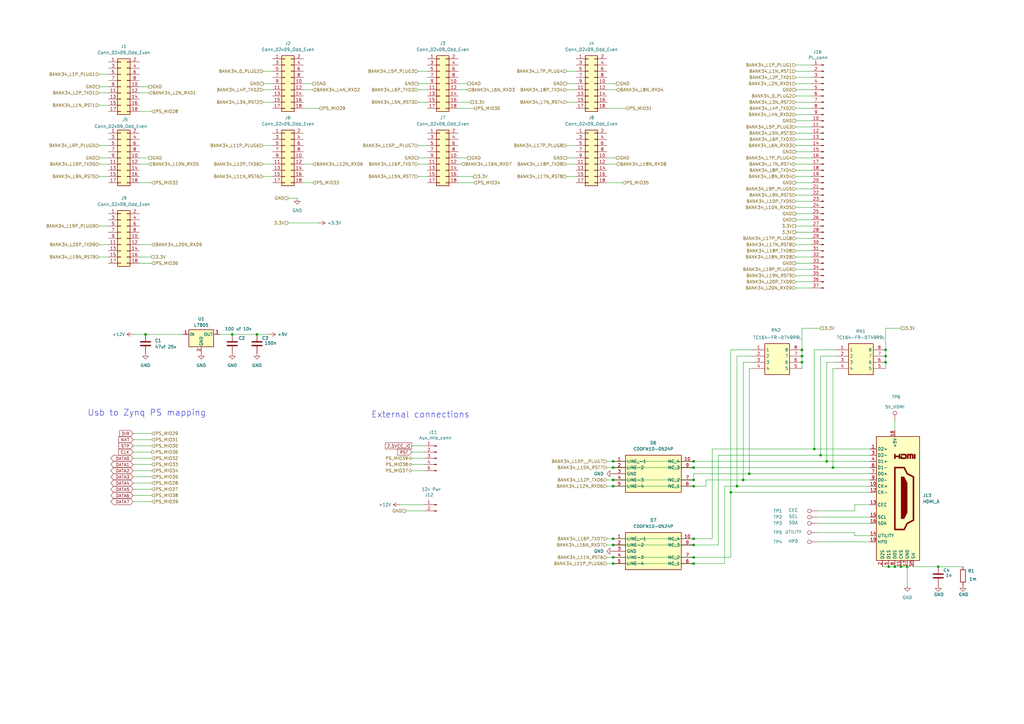
<source format=kicad_sch>
(kicad_sch (version 20250114) (generator "eeschema") (generator_version "9.0")
  (paper "A3")
  (title_block (title "KCC Tech hat board for Antminer S9"))
  (lib_symbols
    (symbol "Connector:Conn_01x02_Pin" (pin_names (offset 1.016) (hide yes))
      (property "Reference" "J" (at 0 2.54 0))
      (property "Value" "Conn_01x02_Pin" (at 0 -5.08 0))
      (symbol "Conn_01x02_Pin_1_1"
        (pin passive line (at 5.08 0 180) (length 3.81) (name "Pin_1") (number "1"))
        (pin passive line (at 5.08 -2.54 180) (length 3.81) (name "Pin_2") (number "2"))
      )
    )
    (symbol "Connector:Conn_01x05_Pin" (pin_names (offset 1.016) (hide yes))
      (property "Reference" "J" (at 0 7.62 0))
      (property "Value" "Conn_01x05_Pin" (at 0 -7.62 0))
      (symbol "Conn_01x05_Pin_1_1"
        (pin passive line (at 5.08 5.08 180) (length 3.81) (name "Pin_1") (number "1"))
        (pin passive line (at 5.08 2.54 180) (length 3.81) (name "Pin_2") (number "2"))
        (pin passive line (at 5.08 0 180) (length 3.81) (name "Pin_3") (number "3"))
        (pin passive line (at 5.08 -2.54 180) (length 3.81) (name "Pin_4") (number "4"))
        (pin passive line (at 5.08 -5.08 180) (length 3.81) (name "Pin_5") (number "5"))
      )
    )
    (symbol "Connector:Conn_01x37_Pin" (pin_names (offset 1.016) (hide yes))
      (property "Reference" "J" (at 0 48.26 0))
      (property "Value" "Conn_01x37_Pin" (at 0 -48.26 0))
      (symbol "Conn_01x37_Pin_1_1"
        (pin passive line (at 5.08 45.72 180) (length 3.81) (name "Pin_1") (number "1"))
        (pin passive line (at 5.08 43.18 180) (length 3.81) (name "Pin_2") (number "2"))
        (pin passive line (at 5.08 40.64 180) (length 3.81) (name "Pin_3") (number "3"))
        (pin passive line (at 5.08 38.1 180) (length 3.81) (name "Pin_4") (number "4"))
        (pin passive line (at 5.08 35.56 180) (length 3.81) (name "Pin_5") (number "5"))
        (pin passive line (at 5.08 33.02 180) (length 3.81) (name "Pin_6") (number "6"))
        (pin passive line (at 5.08 30.48 180) (length 3.81) (name "Pin_7") (number "7"))
        (pin passive line (at 5.08 27.94 180) (length 3.81) (name "Pin_8") (number "8"))
        (pin passive line (at 5.08 25.4 180) (length 3.81) (name "Pin_9") (number "9"))
        (pin passive line (at 5.08 22.86 180) (length 3.81) (name "Pin_10") (number "10"))
        (pin passive line (at 5.08 20.32 180) (length 3.81) (name "Pin_11") (number "11"))
        (pin passive line (at 5.08 17.78 180) (length 3.81) (name "Pin_12") (number "12"))
        (pin passive line (at 5.08 15.24 180) (length 3.81) (name "Pin_13") (number "13"))
        (pin passive line (at 5.08 12.7 180) (length 3.81) (name "Pin_14") (number "14"))
        (pin passive line (at 5.08 10.16 180) (length 3.81) (name "Pin_15") (number "15"))
        (pin passive line (at 5.08 7.62 180) (length 3.81) (name "Pin_16") (number "16"))
        (pin passive line (at 5.08 5.08 180) (length 3.81) (name "Pin_17") (number "17"))
        (pin passive line (at 5.08 2.54 180) (length 3.81) (name "Pin_18") (number "18"))
        (pin passive line (at 5.08 0 180) (length 3.81) (name "Pin_19") (number "19"))
        (pin passive line (at 5.08 -2.54 180) (length 3.81) (name "Pin_20") (number "20"))
        (pin passive line (at 5.08 -5.08 180) (length 3.81) (name "Pin_21") (number "21"))
        (pin passive line (at 5.08 -7.62 180) (length 3.81) (name "Pin_22") (number "22"))
        (pin passive line (at 5.08 -10.16 180) (length 3.81) (name "Pin_23") (number "23"))
        (pin passive line (at 5.08 -12.7 180) (length 3.81) (name "Pin_24") (number "24"))
        (pin passive line (at 5.08 -15.24 180) (length 3.81) (name "Pin_25") (number "25"))
        (pin passive line (at 5.08 -17.78 180) (length 3.81) (name "Pin_26") (number "26"))
        (pin passive line (at 5.08 -20.32 180) (length 3.81) (name "Pin_27") (number "27"))
        (pin passive line (at 5.08 -22.86 180) (length 3.81) (name "Pin_28") (number "28"))
        (pin passive line (at 5.08 -25.4 180) (length 3.81) (name "Pin_29") (number "29"))
        (pin passive line (at 5.08 -27.94 180) (length 3.81) (name "Pin_30") (number "30"))
        (pin passive line (at 5.08 -30.48 180) (length 3.81) (name "Pin_31") (number "31"))
        (pin passive line (at 5.08 -33.02 180) (length 3.81) (name "Pin_32") (number "32"))
        (pin passive line (at 5.08 -35.56 180) (length 3.81) (name "Pin_33") (number "33"))
        (pin passive line (at 5.08 -38.1 180) (length 3.81) (name "Pin_34") (number "34"))
        (pin passive line (at 5.08 -40.64 180) (length 3.81) (name "Pin_35") (number "35"))
        (pin passive line (at 5.08 -43.18 180) (length 3.81) (name "Pin_36") (number "36"))
        (pin passive line (at 5.08 -45.72 180) (length 3.81) (name "Pin_37") (number "37"))
      )
    )
    (symbol "Connector:HDMI_A"
      (property "Reference" "J" (at -6.35 26.67 0))
      (property "Value" "HDMI_A" (at 10.16 26.67 0))
      (symbol "HDMI_A_1_1"
        (pin passive line (at -10.16 20.32 0) (length 2.54) (name "D2+") (number "1"))
        (pin passive line (at -10.16 17.78 0) (length 2.54) (name "D2-") (number "3"))
        (pin passive line (at -10.16 15.24 0) (length 2.54) (name "D1+") (number "4"))
        (pin passive line (at -10.16 12.7 0) (length 2.54) (name "D1-") (number "6"))
        (pin passive line (at -10.16 10.16 0) (length 2.54) (name "D0+") (number "7"))
        (pin passive line (at -10.16 7.62 0) (length 2.54) (name "D0-") (number "9"))
        (pin passive line (at -10.16 5.08 0) (length 2.54) (name "CK+") (number "10"))
        (pin passive line (at -10.16 2.54 0) (length 2.54) (name "CK-") (number "12"))
        (pin bidirectional line (at -10.16 -2.54 0) (length 2.54) (name "CEC") (number "13"))
        (pin passive line (at -10.16 -7.62 0) (length 2.54) (name "SCL") (number "15"))
        (pin bidirectional line (at -10.16 -10.16 0) (length 2.54) (name "SDA") (number "16"))
        (pin passive line (at -10.16 -15.24 0) (length 2.54) (name "UTILITY") (number "14"))
        (pin passive line (at -10.16 -17.78 0) (length 2.54) (name "HPD") (number "19"))
        (pin power_in line (at -5.08 -27.94 90) (length 2.54) (name "D2S") (number "2"))
        (pin power_in line (at -2.54 -27.94 90) (length 2.54) (name "D1S") (number "5"))
        (pin power_in line (at 0 27.94 270) (length 2.54) (name "+5V") (number "18"))
        (pin power_in line (at 0 -27.94 90) (length 2.54) (name "D0S") (number "8"))
        (pin power_in line (at 2.54 -27.94 90) (length 2.54) (name "CKS") (number "11"))
        (pin power_in line (at 5.08 -27.94 90) (length 2.54) (name "GND") (number "17"))
        (pin passive line (at 7.62 -27.94 90) (length 2.54) (name "SH") (number "SH"))
      )
    )
    (symbol "Connector:TestPoint" (pin_numbers (hide yes)) (pin_names (offset 0.762) (hide yes))
      (property "Reference" "TP" (at 0 6.858 0))
      (property "Value" "TestPoint" (at 0 5.08 0))
      (symbol "TestPoint_1_1"
        (pin passive line (at 0 0 90) (length 2.54) (name "1") (number "1"))
      )
    )
    (symbol "Connector_Generic:Conn_02x09_Odd_Even" (pin_names (offset 1.016) (hide yes))
      (property "Reference" "J" (at 1.27 12.7 0))
      (property "Value" "Conn_02x09_Odd_Even" (at 1.27 -12.7 0))
      (symbol "Conn_02x09_Odd_Even_1_1"
        (pin passive line (at -5.08 10.16 0) (length 3.81) (name "Pin_1") (number "1"))
        (pin passive line (at -5.08 7.62 0) (length 3.81) (name "Pin_3") (number "3"))
        (pin passive line (at -5.08 5.08 0) (length 3.81) (name "Pin_5") (number "5"))
        (pin passive line (at -5.08 2.54 0) (length 3.81) (name "Pin_7") (number "7"))
        (pin passive line (at -5.08 0 0) (length 3.81) (name "Pin_9") (number "9"))
        (pin passive line (at -5.08 -2.54 0) (length 3.81) (name "Pin_11") (number "11"))
        (pin passive line (at -5.08 -5.08 0) (length 3.81) (name "Pin_13") (number "13"))
        (pin passive line (at -5.08 -7.62 0) (length 3.81) (name "Pin_15") (number "15"))
        (pin passive line (at -5.08 -10.16 0) (length 3.81) (name "Pin_17") (number "17"))
        (pin passive line (at 7.62 10.16 180) (length 3.81) (name "Pin_2") (number "2"))
        (pin passive line (at 7.62 7.62 180) (length 3.81) (name "Pin_4") (number "4"))
        (pin passive line (at 7.62 5.08 180) (length 3.81) (name "Pin_6") (number "6"))
        (pin passive line (at 7.62 2.54 180) (length 3.81) (name "Pin_8") (number "8"))
        (pin passive line (at 7.62 0 180) (length 3.81) (name "Pin_10") (number "10"))
        (pin passive line (at 7.62 -2.54 180) (length 3.81) (name "Pin_12") (number "12"))
        (pin passive line (at 7.62 -5.08 180) (length 3.81) (name "Pin_14") (number "14"))
        (pin passive line (at 7.62 -7.62 180) (length 3.81) (name "Pin_16") (number "16"))
        (pin passive line (at 7.62 -10.16 180) (length 3.81) (name "Pin_18") (number "18"))
      )
    )
    (symbol "Device:C" (pin_numbers (hide yes)) (pin_names (offset 0.254))
      (property "Reference" "C" (at 0.635 2.54 0))
      (property "Value" "C" (at 0.635 -2.54 0))
      (symbol "C_1_1"
        (pin passive line (at 0 3.81 270) (length 2.794) (name "~") (number "1"))
        (pin passive line (at 0 -3.81 90) (length 2.794) (name "~") (number "2"))
      )
    )
    (symbol "Device:R" (pin_numbers (hide yes)) (pin_names (offset 0))
      (property "Reference" "R" (at 2.032 0 90))
      (property "Value" "R" (at 0 0 90))
      (symbol "R_1_1"
        (pin passive line (at 0 3.81 270) (length 1.27) (name "~") (number "1"))
        (pin passive line (at 0 -3.81 90) (length 1.27) (name "~") (number "2"))
      )
    )
    (symbol "Regulator_Linear:L7805" (pin_names (offset 0.254))
      (property "Reference" "U" (at -3.81 3.175 0))
      (property "Value" "L7805" (at 0 3.175 0))
      (symbol "L7805_1_1"
        (pin power_in line (at -7.62 0 0) (length 2.54) (name "IN") (number "1"))
        (pin power_in line (at 0 -7.62 90) (length 2.54) (name "GND") (number "2"))
        (pin power_out line (at 7.62 0 180) (length 2.54) (name "OUT") (number "3"))
      )
    )
    (symbol "SamacSys_Parts:CDDFN10-0524P"
      (property "Reference" "D1" (at 16.51 7.62 0))
      (property "Value" "CDDFN10-0524P" (at 16.51 5.08 0))
      (symbol "CDDFN10-0524P_1_1"
        (pin passive line (at 0 0 0) (length 5.08) (name "LINE_-1") (number "1"))
        (pin passive line (at 0 -2.54 0) (length 5.08) (name "LINE-2") (number "2"))
        (pin passive line (at 0 -5.08 0) (length 5.08) (name "GND") (number "3"))
        (pin passive line (at 0 -7.62 0) (length 5.08) (name "LINE-3") (number "4"))
        (pin passive line (at 0 -10.16 0) (length 5.08) (name "LINE-4") (number "5"))
        (pin passive line (at 33.02 0 180) (length 5.08) (name "NC_4") (number "10"))
        (pin passive line (at 33.02 -2.54 180) (length 5.08) (name "NC_3") (number "9"))
        (pin passive line (at 33.02 -7.62 180) (length 5.08) (name "NC_2") (number "7"))
        (pin passive line (at 33.02 -10.16 180) (length 5.08) (name "NC_1") (number "6"))
      )
    )
    (symbol "SamacSys_Parts:TC164-FR-0749R9L"
      (property "Reference" "RN" (at 16.51 7.62 0))
      (property "Value" "TC164-FR-0749R9L" (at 16.51 5.08 0))
      (symbol "TC164-FR-0749R9L_1_1"
        (pin passive line (at 0 0 0) (length 5.08) (name "1") (number "1"))
        (pin passive line (at 0 -2.54 0) (length 5.08) (name "2") (number "2"))
        (pin passive line (at 0 -5.08 0) (length 5.08) (name "3") (number "3"))
        (pin passive line (at 0 -7.62 0) (length 5.08) (name "4") (number "4"))
        (pin passive line (at 20.32 0 180) (length 5.08) (name "8") (number "8"))
        (pin passive line (at 20.32 -2.54 180) (length 5.08) (name "7") (number "7"))
        (pin passive line (at 20.32 -5.08 180) (length 5.08) (name "6") (number "6"))
        (pin passive line (at 20.32 -7.62 180) (length 5.08) (name "5") (number "5"))
      )
    )
    (symbol "power:+12V" (power) (pin_numbers (hide yes)) (pin_names (offset 0) (hide yes))
      (property "Value" "+12V" (at 0 3.556 0))
      (symbol "+12V_1_1"
        (pin power_in line (at 0 0 90) (length 0) (name "~") (number "1"))
      )
    )
    (symbol "power:GND" (power) (pin_numbers (hide yes)) (pin_names (offset 0) (hide yes))
      (property "Value" "GND" (at 0 -3.81 0))
      (symbol "GND_1_1"
        (pin power_in line (at 0 0 270) (length 0) (name "~") (number "1"))
      )
    )
  )
  (text "External connections" (at 172.466 170.18 0) (effects (font (size 2.54 2.54))))
  (text "Usb to Zynq PS mapping" (at 60.198 169.418 0) (effects (font (size 2.54 2.54))))
  (junction (at 251.46 199.39))
  (junction (at 363.22 148.59))
  (junction (at 384.81 232.41))
  (junction (at 304.8 196.85))
  (junction (at 363.22 146.05))
  (junction (at 284.48 196.85))
  (junction (at 336.55 186.69))
  (junction (at 251.46 223.52))
  (junction (at 367.03 232.41))
  (junction (at 341.63 191.77))
  (junction (at 334.01 184.15))
  (junction (at 328.93 148.59))
  (junction (at 284.48 189.23))
  (junction (at 363.22 143.51))
  (junction (at 284.48 191.77))
  (junction (at 284.48 231.14))
  (junction (at 251.46 196.85))
  (junction (at 251.46 220.98))
  (junction (at 369.57 232.41))
  (junction (at 307.34 194.31))
  (junction (at 251.46 231.14))
  (junction (at 251.46 189.23))
  (junction (at 251.46 228.6))
  (junction (at 284.48 199.39))
  (junction (at 328.93 146.05))
  (junction (at 302.26 199.39))
  (junction (at 59.69 137.16))
  (junction (at 284.48 228.6))
  (junction (at 372.11 232.41))
  (junction (at 364.49 232.41))
  (junction (at 251.46 191.77))
  (junction (at 284.48 223.52))
  (junction (at 284.48 220.98))
  (junction (at 105.41 137.16))
  (junction (at 328.93 143.51))
  (junction (at 299.72 201.93))
  (junction (at 339.09 189.23))
  (junction (at 95.25 137.16))
  (wire (pts (xy 248.92 223.52) (xy 251.46 223.52)))
  (wire (pts (xy 251.46 228.6) (xy 284.48 228.6)))
  (wire (pts (xy 40.64 43.18) (xy 44.45 43.18)))
  (wire (pts (xy 171.45 29.21) (xy 175.26 29.21)))
  (wire (pts (xy 171.45 64.77) (xy 175.26 64.77)))
  (wire (pts (xy 54.61 190.5) (xy 62.23 190.5)))
  (wire (pts (xy 326.39 26.67) (xy 332.74 26.67)))
  (wire (pts (xy 124.46 44.45) (xy 130.81 44.45)))
  (wire (pts (xy 171.45 72.39) (xy 175.26 72.39)))
  (wire (pts (xy 384.81 232.41) (xy 394.97 232.41)))
  (wire (pts (xy 284.48 189.23) (xy 339.09 189.23)))
  (wire (pts (xy 328.93 146.05) (xy 328.93 148.59)))
  (wire (pts (xy 341.63 191.77) (xy 356.87 191.77)))
  (wire (pts (xy 326.39 52.07) (xy 332.74 52.07)))
  (wire (pts (xy 326.39 90.17) (xy 332.74 90.17)))
  (wire (pts (xy 124.46 74.93) (xy 128.27 74.93)))
  (wire (pts (xy 299.72 143.51) (xy 299.72 201.93)))
  (wire (pts (xy 326.39 85.09) (xy 332.74 85.09)))
  (wire (pts (xy 168.91 185.42) (xy 173.99 185.42)))
  (wire (pts (xy 363.22 148.59) (xy 363.22 151.13)))
  (wire (pts (xy 107.95 29.21) (xy 111.76 29.21)))
  (wire (pts (xy 361.95 232.41) (xy 364.49 232.41)))
  (wire (pts (xy 40.64 59.69) (xy 44.45 59.69)))
  (wire (pts (xy 326.39 77.47) (xy 332.74 77.47)))
  (wire (pts (xy 342.9 151.13) (xy 341.63 151.13)))
  (wire (pts (xy 335.28 214.63) (xy 356.87 214.63)))
  (wire (pts (xy 304.8 196.85) (xy 356.87 196.85)))
  (wire (pts (xy 350.52 218.44) (xy 350.52 219.71)))
  (wire (pts (xy 187.96 41.91) (xy 193.04 41.91)))
  (wire (pts (xy 350.52 209.55) (xy 350.52 207.01)))
  (wire (pts (xy 107.95 59.69) (xy 111.76 59.69)))
  (wire (pts (xy 339.09 148.59) (xy 339.09 189.23)))
  (wire (pts (xy 173.99 207.01) (xy 163.83 207.01)))
  (wire (pts (xy 334.01 184.15) (xy 356.87 184.15)))
  (wire (pts (xy 251.46 199.39) (xy 284.48 199.39)))
  (wire (pts (xy 326.39 59.69) (xy 332.74 59.69)))
  (wire (pts (xy 350.52 207.01) (xy 356.87 207.01)))
  (wire (pts (xy 40.64 105.41) (xy 44.45 105.41)))
  (wire (pts (xy 284.48 223.52) (xy 294.64 223.52)))
  (wire (pts (xy 57.15 105.41) (xy 62.23 105.41)))
  (wire (pts (xy 326.39 67.31) (xy 332.74 67.31)))
  (wire (pts (xy 248.92 220.98) (xy 251.46 220.98)))
  (wire (pts (xy 251.46 191.77) (xy 284.48 191.77)))
  (wire (pts (xy 326.39 39.37) (xy 332.74 39.37)))
  (wire (pts (xy 248.92 64.77) (xy 252.73 64.77)))
  (wire (pts (xy 57.15 35.56) (xy 60.96 35.56)))
  (wire (pts (xy 341.63 151.13) (xy 341.63 191.77)))
  (wire (pts (xy 302.26 146.05) (xy 302.26 199.39)))
  (wire (pts (xy 54.61 200.66) (xy 62.23 200.66)))
  (wire (pts (xy 248.92 189.23) (xy 251.46 189.23)))
  (wire (pts (xy 54.61 137.16) (xy 59.69 137.16)))
  (wire (pts (xy 339.09 189.23) (xy 356.87 189.23)))
  (wire (pts (xy 232.41 64.77) (xy 236.22 64.77)))
  (wire (pts (xy 40.64 64.77) (xy 44.45 64.77)))
  (wire (pts (xy 308.61 146.05) (xy 302.26 146.05)))
  (wire (pts (xy 105.41 137.16) (xy 110.49 137.16)))
  (wire (pts (xy 59.69 137.16) (xy 74.93 137.16)))
  (wire (pts (xy 328.93 148.59) (xy 328.93 151.13)))
  (wire (pts (xy 57.15 45.72) (xy 62.23 45.72)))
  (wire (pts (xy 326.39 29.21) (xy 332.74 29.21)))
  (wire (pts (xy 374.65 232.41) (xy 384.81 232.41)))
  (wire (pts (xy 326.39 107.95) (xy 332.74 107.95)))
  (wire (pts (xy 107.95 41.91) (xy 111.76 41.91)))
  (wire (pts (xy 326.39 82.55) (xy 332.74 82.55)))
  (wire (pts (xy 326.39 110.49) (xy 332.74 110.49)))
  (wire (pts (xy 248.92 44.45) (xy 256.54 44.45)))
  (wire (pts (xy 187.96 72.39) (xy 194.31 72.39)))
  (wire (pts (xy 342.9 143.51) (xy 334.01 143.51)))
  (wire (pts (xy 171.45 36.83) (xy 175.26 36.83)))
  (wire (pts (xy 367.03 232.41) (xy 369.57 232.41)))
  (wire (pts (xy 54.61 203.2) (xy 62.23 203.2)))
  (wire (pts (xy 54.61 195.58) (xy 62.23 195.58)))
  (wire (pts (xy 326.39 46.99) (xy 332.74 46.99)))
  (wire (pts (xy 187.96 36.83) (xy 191.77 36.83)))
  (wire (pts (xy 326.39 72.39) (xy 332.74 72.39)))
  (wire (pts (xy 326.39 54.61) (xy 332.74 54.61)))
  (wire (pts (xy 40.64 35.56) (xy 44.45 35.56)))
  (wire (pts (xy 187.96 34.29) (xy 191.77 34.29)))
  (wire (pts (xy 335.28 209.55) (xy 350.52 209.55)))
  (wire (pts (xy 369.57 134.62) (xy 363.22 134.62)))
  (wire (pts (xy 124.46 67.31) (xy 128.27 67.31)))
  (wire (pts (xy 326.39 62.23) (xy 332.74 62.23)))
  (wire (pts (xy 302.26 199.39) (xy 356.87 199.39)))
  (wire (pts (xy 284.48 191.77) (xy 341.63 191.77)))
  (wire (pts (xy 57.15 64.77) (xy 60.96 64.77)))
  (wire (pts (xy 326.39 74.93) (xy 332.74 74.93)))
  (wire (pts (xy 326.39 80.01) (xy 332.74 80.01)))
  (wire (pts (xy 171.45 41.91) (xy 175.26 41.91)))
  (wire (pts (xy 248.92 34.29) (xy 252.73 34.29)))
  (wire (pts (xy 57.15 67.31) (xy 60.96 67.31)))
  (wire (pts (xy 335.28 218.44) (xy 350.52 218.44)))
  (wire (pts (xy 248.92 36.83) (xy 252.73 36.83)))
  (wire (pts (xy 40.64 92.71) (xy 44.45 92.71)))
  (wire (pts (xy 297.18 231.14) (xy 284.48 231.14)))
  (wire (pts (xy 326.39 44.45) (xy 332.74 44.45)))
  (wire (pts (xy 336.55 146.05) (xy 336.55 186.69)))
  (wire (pts (xy 326.39 57.15) (xy 332.74 57.15)))
  (wire (pts (xy 326.39 102.87) (xy 332.74 102.87)))
  (wire (pts (xy 187.96 67.31) (xy 189.23 67.31)))
  (wire (pts (xy 292.1 184.15) (xy 334.01 184.15)))
  (wire (pts (xy 248.92 67.31) (xy 252.73 67.31)))
  (wire (pts (xy 350.52 219.71) (xy 356.87 219.71)))
  (wire (pts (xy 251.46 196.85) (xy 284.48 196.85)))
  (wire (pts (xy 342.9 148.59) (xy 339.09 148.59)))
  (wire (pts (xy 284.48 194.31) (xy 284.48 196.85)))
  (wire (pts (xy 334.01 143.51) (xy 334.01 184.15)))
  (wire (pts (xy 326.39 118.11) (xy 332.74 118.11)))
  (wire (pts (xy 299.72 201.93) (xy 299.72 228.6)))
  (wire (pts (xy 326.39 31.75) (xy 332.74 31.75)))
  (wire (pts (xy 124.46 36.83) (xy 128.27 36.83)))
  (wire (pts (xy 328.93 134.62) (xy 328.93 143.51)))
  (wire (pts (xy 251.46 189.23) (xy 284.48 189.23)))
  (wire (pts (xy 308.61 143.51) (xy 299.72 143.51)))
  (wire (pts (xy 363.22 146.05) (xy 363.22 148.59)))
  (wire (pts (xy 54.61 182.88) (xy 62.23 182.88)))
  (wire (pts (xy 299.72 228.6) (xy 284.48 228.6)))
  (wire (pts (xy 294.64 186.69) (xy 336.55 186.69)))
  (wire (pts (xy 54.61 185.42) (xy 62.23 185.42)))
  (wire (pts (xy 326.39 95.25) (xy 332.74 95.25)))
  (wire (pts (xy 187.96 44.45) (xy 194.31 44.45)))
  (wire (pts (xy 187.96 64.77) (xy 191.77 64.77)))
  (wire (pts (xy 297.18 199.39) (xy 297.18 231.14)))
  (wire (pts (xy 171.45 34.29) (xy 175.26 34.29)))
  (wire (pts (xy 95.25 137.16) (xy 105.41 137.16)))
  (wire (pts (xy 54.61 177.8) (xy 62.23 177.8)))
  (wire (pts (xy 54.61 193.04) (xy 62.23 193.04)))
  (wire (pts (xy 251.46 223.52) (xy 284.48 223.52)))
  (wire (pts (xy 326.39 115.57) (xy 332.74 115.57)))
  (wire (pts (xy 57.15 100.33) (xy 62.23 100.33)))
  (wire (pts (xy 284.48 194.31) (xy 307.34 194.31)))
  (wire (pts (xy 336.55 134.62) (xy 328.93 134.62)))
  (wire (pts (xy 168.91 193.04) (xy 173.99 193.04)))
  (wire (pts (xy 54.61 198.12) (xy 62.23 198.12)))
  (wire (pts (xy 171.45 67.31) (xy 175.26 67.31)))
  (wire (pts (xy 326.39 97.79) (xy 332.74 97.79)))
  (wire (pts (xy 251.46 220.98) (xy 284.48 220.98)))
  (wire (pts (xy 372.11 232.41) (xy 372.11 240.03)))
  (wire (pts (xy 367.03 172.72) (xy 367.03 176.53)))
  (wire (pts (xy 90.17 137.16) (xy 95.25 137.16)))
  (wire (pts (xy 54.61 205.74) (xy 62.23 205.74)))
  (wire (pts (xy 232.41 72.39) (xy 236.22 72.39)))
  (wire (pts (xy 289.56 196.85) (xy 304.8 196.85)))
  (wire (pts (xy 232.41 59.69) (xy 236.22 59.69)))
  (wire (pts (xy 326.39 36.83) (xy 332.74 36.83)))
  (wire (pts (xy 342.9 146.05) (xy 336.55 146.05)))
  (wire (pts (xy 232.41 41.91) (xy 236.22 41.91)))
  (wire (pts (xy 363.22 143.51) (xy 363.22 146.05)))
  (wire (pts (xy 118.11 91.44) (xy 130.81 91.44)))
  (wire (pts (xy 326.39 64.77) (xy 332.74 64.77)))
  (wire (pts (xy 248.92 74.93) (xy 255.27 74.93)))
  (wire (pts (xy 40.64 67.31) (xy 44.45 67.31)))
  (wire (pts (xy 363.22 134.62) (xy 363.22 143.51)))
  (wire (pts (xy 326.39 105.41) (xy 332.74 105.41)))
  (wire (pts (xy 107.95 67.31) (xy 111.76 67.31)))
  (wire (pts (xy 232.41 29.21) (xy 236.22 29.21)))
  (wire (pts (xy 40.64 72.39) (xy 44.45 72.39)))
  (wire (pts (xy 336.55 186.69) (xy 356.87 186.69)))
  (wire (pts (xy 118.11 81.28) (xy 121.92 81.28)))
  (wire (pts (xy 40.64 30.48) (xy 44.45 30.48)))
  (wire (pts (xy 232.41 34.29) (xy 236.22 34.29)))
  (wire (pts (xy 168.91 187.96) (xy 173.99 187.96)))
  (wire (pts (xy 107.95 34.29) (xy 111.76 34.29)))
  (wire (pts (xy 307.34 151.13) (xy 307.34 194.31)))
  (wire (pts (xy 171.45 59.69) (xy 175.26 59.69)))
  (wire (pts (xy 168.91 182.88) (xy 173.99 182.88)))
  (wire (pts (xy 124.46 34.29) (xy 128.27 34.29)))
  (wire (pts (xy 335.28 212.09) (xy 356.87 212.09)))
  (wire (pts (xy 307.34 194.31) (xy 356.87 194.31)))
  (wire (pts (xy 187.96 74.93) (xy 194.31 74.93)))
  (wire (pts (xy 173.99 209.55) (xy 166.37 209.55)))
  (wire (pts (xy 326.39 49.53) (xy 332.74 49.53)))
  (wire (pts (xy 335.28 222.25) (xy 356.87 222.25)))
  (wire (pts (xy 304.8 148.59) (xy 304.8 196.85)))
  (wire (pts (xy 328.93 143.51) (xy 328.93 146.05)))
  (wire (pts (xy 251.46 231.14) (xy 284.48 231.14)))
  (wire (pts (xy 248.92 228.6) (xy 251.46 228.6)))
  (wire (pts (xy 292.1 184.15) (xy 292.1 220.98)))
  (wire (pts (xy 364.49 232.41) (xy 367.03 232.41)))
  (wire (pts (xy 294.64 186.69) (xy 294.64 223.52)))
  (wire (pts (xy 326.39 34.29) (xy 332.74 34.29)))
  (wire (pts (xy 54.61 187.96) (xy 62.23 187.96)))
  (wire (pts (xy 326.39 69.85) (xy 332.74 69.85)))
  (wire (pts (xy 40.64 38.1) (xy 44.45 38.1)))
  (wire (pts (xy 54.61 180.34) (xy 62.23 180.34)))
  (wire (pts (xy 284.48 220.98) (xy 292.1 220.98)))
  (wire (pts (xy 248.92 191.77) (xy 251.46 191.77)))
  (wire (pts (xy 168.91 190.5) (xy 173.99 190.5)))
  (wire (pts (xy 289.56 196.85) (xy 289.56 199.39)))
  (wire (pts (xy 107.95 72.39) (xy 111.76 72.39)))
  (wire (pts (xy 248.92 199.39) (xy 251.46 199.39)))
  (wire (pts (xy 57.15 107.95) (xy 62.23 107.95)))
  (wire (pts (xy 57.15 38.1) (xy 60.96 38.1)))
  (wire (pts (xy 369.57 232.41) (xy 372.11 232.41)))
  (wire (pts (xy 57.15 74.93) (xy 62.23 74.93)))
  (wire (pts (xy 326.39 87.63) (xy 332.74 87.63)))
  (wire (pts (xy 326.39 41.91) (xy 332.74 41.91)))
  (wire (pts (xy 308.61 151.13) (xy 307.34 151.13)))
  (wire (pts (xy 326.39 100.33) (xy 332.74 100.33)))
  (wire (pts (xy 248.92 196.85) (xy 251.46 196.85)))
  (wire (pts (xy 326.39 113.03) (xy 332.74 113.03)))
  (wire (pts (xy 107.95 36.83) (xy 111.76 36.83)))
  (wire (pts (xy 232.41 67.31) (xy 236.22 67.31)))
  (wire (pts (xy 299.72 201.93) (xy 356.87 201.93)))
  (wire (pts (xy 308.61 148.59) (xy 304.8 148.59)))
  (wire (pts (xy 40.64 100.33) (xy 44.45 100.33)))
  (wire (pts (xy 297.18 199.39) (xy 302.26 199.39)))
  (wire (pts (xy 248.92 231.14) (xy 251.46 231.14)))
  (wire (pts (xy 326.39 92.71) (xy 332.74 92.71)))
  (wire (pts (xy 284.48 199.39) (xy 289.56 199.39)))
  (wire (pts (xy 232.41 36.83) (xy 236.22 36.83)))
  (global_label "DATA5" (shape bidirectional) (at 54.61 200.66 180) (property "Intersheetrefs" "${INTERSHEET_REFS}" (effects (hide yes))))
  (global_label "DATA6" (shape bidirectional) (at 54.61 203.2 180) (property "Intersheetrefs" "${INTERSHEET_REFS}" (effects (hide yes))))
  (global_label "NXT" (shape input) (at 54.61 180.34 180) (property "Intersheetrefs" "${INTERSHEET_REFS}" (effects (hide yes))))
  (global_label "2.5VCC_IO" (shape passive) (at 168.91 182.88 180) (property "Intersheetrefs" "${INTERSHEET_REFS}" (effects (hide yes))))
  (global_label "DATA7" (shape bidirectional) (at 54.61 205.74 180) (property "Intersheetrefs" "${INTERSHEET_REFS}" (effects (hide yes))))
  (global_label "DATA1" (shape bidirectional) (at 54.61 190.5 180) (property "Intersheetrefs" "${INTERSHEET_REFS}" (effects (hide yes))))
  (global_label "STP" (shape input) (at 54.61 182.88 180) (property "Intersheetrefs" "${INTERSHEET_REFS}" (effects (hide yes))))
  (global_label "DATA4" (shape bidirectional) (at 54.61 198.12 180) (property "Intersheetrefs" "${INTERSHEET_REFS}" (effects (hide yes))))
  (global_label "CLK" (shape input) (at 54.61 185.42 180) (property "Intersheetrefs" "${INTERSHEET_REFS}" (effects (hide yes))))
  (global_label "DATA0" (shape bidirectional) (at 54.61 187.96 180) (property "Intersheetrefs" "${INTERSHEET_REFS}" (effects (hide yes))))
  (global_label "RST" (shape input) (at 168.91 185.42 180) (property "Intersheetrefs" "${INTERSHEET_REFS}" (effects (hide yes))))
  (global_label "DATA2" (shape bidirectional) (at 54.61 193.04 180) (property "Intersheetrefs" "${INTERSHEET_REFS}" (effects (hide yes))))
  (global_label "DIR" (shape input) (at 54.61 177.8 180) (property "Intersheetrefs" "${INTERSHEET_REFS}" (effects (hide yes))))
  (global_label "DATA3" (shape bidirectional) (at 54.61 195.58 180) (property "Intersheetrefs" "${INTERSHEET_REFS}" (effects (hide yes))))
  (hierarchical_label "BANK34_L6N_RXD3" (shape input) (at 191.77 36.83 0))
  (hierarchical_label "BANK34_L17N_RST8" (shape input) (at 232.41 72.39 180))
  (hierarchical_label "GND" (shape passive) (at 326.39 49.53 180))
  (hierarchical_label "PS_MIO33" (shape input) (at 128.27 74.93 0))
  (hierarchical_label "PS_MIO39" (shape bidirectional) (at 168.91 187.96 180))
  (hierarchical_label "BANK34_L16P_TXD7" (shape input) (at 248.92 220.98 180))
  (hierarchical_label "GND" (shape passive) (at 232.41 34.29 180))
  (hierarchical_label "BANK34_L8N_RXD4" (shape input) (at 252.73 36.83 0))
  (hierarchical_label "GND" (shape passive) (at 252.73 64.77 0))
  (hierarchical_label "PS_MIO32" (shape input) (at 62.23 74.93 0))
  (hierarchical_label "3.3V" (shape passive) (at 326.39 92.71 180))
  (hierarchical_label "GND" (shape passive) (at 171.45 64.77 180))
  (hierarchical_label "BANK34_L1P_PLUG1" (shape input) (at 326.39 26.67 180))
  (hierarchical_label "GND" (shape passive) (at 191.77 34.29 0))
  (hierarchical_label "GND" (shape passive) (at 252.73 34.29 0))
  (hierarchical_label "BANK34_L9N_RST5" (shape input) (at 326.39 80.01 180))
  (hierarchical_label "PS_MIO32" (shape input) (at 62.23 187.96 0))
  (hierarchical_label "BANK34_L12P_TXD6" (shape input) (at 248.92 196.85 180))
  (hierarchical_label "GND" (shape passive) (at 326.39 36.83 180))
  (hierarchical_label "BANK34_L4P_TXD2" (shape input) (at 326.39 44.45 180))
  (hierarchical_label "BANK34_L19N_RST9" (shape input) (at 40.64 105.41 180))
  (hierarchical_label "BANK34_L18N_RXD8" (shape input) (at 252.73 67.31 0))
  (hierarchical_label "GND" (shape passive) (at 326.39 62.23 180))
  (hierarchical_label "BANK34_L9N_RST5" (shape input) (at 40.64 72.39 180))
  (hierarchical_label "GND" (shape passive) (at 60.96 64.77 0))
  (hierarchical_label "3.3V" (shape passive) (at 194.31 72.39 0))
  (hierarchical_label "BANK34_L9P_PLUG5" (shape input) (at 326.39 77.47 180))
  (hierarchical_label "BANK34_L15N_RST7" (shape input) (at 171.45 72.39 180))
  (hierarchical_label "PS_MIO28" (shape input) (at 62.23 198.12 0))
  (hierarchical_label "GND" (shape passive) (at 326.39 74.93 180))
  (hierarchical_label "BANK34_L7P_PLUG4" (shape input) (at 232.41 29.21 180))
  (hierarchical_label "BANK34_L7N_RST4" (shape input) (at 326.39 67.31 180))
  (hierarchical_label "GND" (shape passive) (at 326.39 87.63 180))
  (hierarchical_label "PS_MIO28" (shape input) (at 62.23 45.72 0))
  (hierarchical_label "PS_MIO31" (shape input) (at 256.54 44.45 0))
  (hierarchical_label "PS_MIO30" (shape input) (at 62.23 182.88 0))
  (hierarchical_label "BANK34_L20P_TXD9" (shape input) (at 40.64 100.33 180))
  (hierarchical_label "BANK34_L1N_RST1" (shape input) (at 326.39 29.21 180))
  (hierarchical_label "GND" (shape passive) (at 40.64 35.56 180))
  (hierarchical_label "3.3V" (shape passive) (at 326.39 95.25 180))
  (hierarchical_label "BANK34_L18N_RXD8" (shape input) (at 326.39 105.41 180))
  (hierarchical_label "BANK34_L8N_RXD4" (shape input) (at 326.39 72.39 180))
  (hierarchical_label "BANK34_L20N_RXD9" (shape input) (at 326.39 118.11 180))
  (hierarchical_label "BANK34_L16N_RXD7" (shape input) (at 248.92 223.52 180))
  (hierarchical_label "BANK34_L17N_RST8" (shape input) (at 326.39 100.33 180))
  (hierarchical_label "PS_MIO35" (shape input) (at 255.27 74.93 0))
  (hierarchical_label "BANK34_0_PLUG2" (shape input) (at 107.95 29.21 180))
  (hierarchical_label "BANK34_L18P_TXD8" (shape input) (at 326.39 102.87 180))
  (hierarchical_label "GND" (shape passive) (at 118.11 81.28 180))
  (hierarchical_label "BANK34_L11N_RST6" (shape input) (at 107.95 72.39 180))
  (hierarchical_label "BANK34_L16P_TXD7" (shape input) (at 171.45 67.31 180))
  (hierarchical_label "BANK34_L15N_RST7" (shape input) (at 248.92 191.77 180))
  (hierarchical_label "BANK34_L16N_RXD7" (shape input) (at 189.23 67.31 0))
  (hierarchical_label "GND" (shape passive) (at 171.45 34.29 180))
  (hierarchical_label "BANK34_L6N_RXD3" (shape input) (at 326.39 59.69 180))
  (hierarchical_label "BANK34_L2P_TXD1" (shape input) (at 326.39 31.75 180))
  (hierarchical_label "BANK34_L15P__PLUG7" (shape input) (at 171.45 59.69 180))
  (hierarchical_label "BANK34_L19N_RST9" (shape input) (at 326.39 113.03 180))
  (hierarchical_label "BANK34_L5P_PLUG3" (shape input) (at 171.45 29.21 180))
  (hierarchical_label "BANK34_L11P_PLUG6" (shape input) (at 248.92 231.14 180))
  (hierarchical_label "BANK34_L17P_PLUG8" (shape input) (at 232.41 59.69 180))
  (hierarchical_label "BANK34_L9P_PLUG5" (shape input) (at 40.64 59.69 180))
  (hierarchical_label "GND" (shape passive) (at 107.95 34.29 180))
  (hierarchical_label "GND" (shape passive) (at 232.41 64.77 180))
  (hierarchical_label "3.3V" (shape passive) (at 369.57 134.62 0))
  (hierarchical_label "GND" (shape passive) (at 40.64 64.77 180))
  (hierarchical_label "GND" (shape passive) (at 128.27 34.29 0))
  (hierarchical_label "BANK34_L12P_TXD6" (shape input) (at 107.95 67.31 180))
  (hierarchical_label "BANK34_L20N_RXD9" (shape input) (at 62.23 100.33 0))
  (hierarchical_label "PS_MIO29" (shape input) (at 130.81 44.45 0))
  (hierarchical_label "3.3V" (shape passive) (at 193.04 41.91 0))
  (hierarchical_label "GND" (shape passive) (at 326.39 107.95 180))
  (hierarchical_label "PS_MIO39" (shape input) (at 62.23 205.74 0))
  (hierarchical_label "BANK34_L10P_TXD5" (shape input) (at 40.64 67.31 180))
  (hierarchical_label "BANK34_L19P_PLUG9" (shape input) (at 326.39 110.49 180))
  (hierarchical_label "PS_MIO30" (shape input) (at 194.31 44.45 0))
  (hierarchical_label "PS_MIO37" (shape input) (at 62.23 200.66 0))
  (hierarchical_label "3.3V" (shape passive) (at 118.11 91.44 180))
  (hierarchical_label "BANK34_L2N_RXD1" (shape input) (at 326.39 34.29 180))
  (hierarchical_label "PS_MIO34" (shape input) (at 194.31 74.93 0))
  (hierarchical_label "BANK34_L1N_RST1" (shape input) (at 40.64 43.18 180))
  (hierarchical_label "BANK34_L18P_TXD8" (shape input) (at 232.41 67.31 180))
  (hierarchical_label "BANK34_L3N_RST2" (shape input) (at 107.95 41.91 180))
  (hierarchical_label "PS_MIO33" (shape input) (at 62.23 190.5 0))
  (hierarchical_label "BANK34_L8P_TXD4" (shape input) (at 232.41 36.83 180))
  (hierarchical_label "BANK34_L19P_PLUG9" (shape input) (at 40.64 92.71 180))
  (hierarchical_label "BANK34_L20P_TXD9" (shape input) (at 326.39 115.57 180))
  (hierarchical_label "BANK34_L8P_TXD4" (shape input) (at 326.39 69.85 180))
  (hierarchical_label "BANK34_L5N_RST3" (shape input) (at 326.39 54.61 180))
  (hierarchical_label "BANK34_L4P_TXD2" (shape input) (at 107.95 36.83 180))
  (hierarchical_label "PS_MIO36" (shape output) (at 62.23 185.42 0))
  (hierarchical_label "PS_MIO29" (shape input) (at 62.23 177.8 0))
  (hierarchical_label "PS_MIO38" (shape input) (at 62.23 203.2 0))
  (hierarchical_label "BANK34_L5P_PLUG3" (shape input) (at 326.39 52.07 180))
  (hierarchical_label "BANK34_L6P_TXD3" (shape input) (at 326.39 57.15 180))
  (hierarchical_label "3.3V" (shape passive) (at 336.55 134.62 0))
  (hierarchical_label "BANK34_L12N_RXD6" (shape input) (at 128.27 67.31 0))
  (hierarchical_label "BANK34_L1P_PLUG1" (shape input) (at 40.64 30.48 180))
  (hierarchical_label "BANK34_L17P_PLUG8" (shape input) (at 326.39 97.79 180))
  (hierarchical_label "BANK34_L2N_RXD1" (shape input) (at 60.96 38.1 0))
  (hierarchical_label "GND" (shape passive) (at 166.37 209.55 180))
  (hierarchical_label "PS_MIO31" (shape input) (at 62.23 180.34 0))
  (hierarchical_label "BANK34_L11N_RST6" (shape input) (at 248.92 228.6 180))
  (hierarchical_label "BANK34_L3N_RST2" (shape input) (at 326.39 41.91 180))
  (hierarchical_label "BANK34_L5N_RST3" (shape input) (at 171.45 41.91 180))
  (hierarchical_label "3.3V" (shape passive) (at 62.23 105.41 0))
  (hierarchical_label "BANK34_L2P_TXD1" (shape input) (at 40.64 38.1 180))
  (hierarchical_label "BANK34_L10N_RXD5" (shape input) (at 60.96 67.31 0))
  (hierarchical_label "BANK34_L4N_RXD2" (shape input) (at 326.39 46.99 180))
  (hierarchical_label "PS_MIO34" (shape input) (at 62.23 193.04 0))
  (hierarchical_label "BANK34_L10P_TXD5" (shape input) (at 326.39 82.55 180))
  (hierarchical_label "BANK34_L7N_RST4" (shape input) (at 232.41 41.91 180))
  (hierarchical_label "BANK34_L6P_TXD3" (shape input) (at 171.45 36.83 180))
  (hierarchical_label "BANK34_L4N_RXD2" (shape input) (at 128.27 36.83 0))
  (hierarchical_label "PS_MIO36" (shape input) (at 62.23 107.95 0))
  (hierarchical_label "PS_MIO35" (shape input) (at 62.23 195.58 0))
  (hierarchical_label "BANK34_0_PLUG2" (shape input) (at 326.39 39.37 180))
  (hierarchical_label "BANK34_L7P_PLUG4" (shape input) (at 326.39 64.77 180))
  (hierarchical_label "GND" (shape passive) (at 191.77 64.77 0))
  (hierarchical_label "BANK34_L11P_PLUG6" (shape input) (at 107.95 59.69 180))
  (hierarchical_label "BANK34_L12N_RXD6" (shape input) (at 248.92 199.39 180))
  (hierarchical_label "BANK34_L15P__PLUG7" (shape input) (at 248.92 189.23 180))
  (hierarchical_label "GND" (shape passive) (at 326.39 90.17 180))
  (hierarchical_label "BANK34_L10N_RXD5" (shape input) (at 326.39 85.09 180))
  (hierarchical_label "PS_MIO38" (shape bidirectional) (at 168.91 190.5 180))
  (hierarchical_label "PS_MIO37" (shape bidirectional) (at 168.91 193.04 180))
  (hierarchical_label "GND" (shape passive) (at 60.96 35.56 0))
  (symbol (lib_id "Connector:TestPoint") (at 335.28 212.09 90) (unit 1)
    (property "Reference" "TP2" (at 319.024 212.09 90))
    (property "Value" "SCL" (at 325.374 211.836 90))
    (property "Footprint" "TestPoint:TestPoint_Pad_D1.5mm" (effects (hide yes)))
    (property "Description" "test point" (effects (hide yes)))
  )
  (symbol (lib_id "Connector_Generic:Conn_02x09_Odd_Even") (at 180.34 64.77 0) (unit 1)
    (property "Reference" "J7" (at 181.61 48.26 0))
    (property "Value" "Conn_02x09_Odd_Even" (at 181.61 50.8 0))
    (property "Footprint" "Connector_PinHeader_2.00mm:PinHeader_2x09_P2.00mm_Vertical" (effects (hide yes)))
    (property "Description" "Generic connector, double row, 02x09, odd/even pin numbering scheme (row 1 odd numbers, row 2 even numbers), script generated (kicad-library-utils/schlib/autogen/connector/)" (effects (hide yes)))
  )
  (symbol (lib_id "power:GND") (at 82.55 144.78 0) (unit 1)
    (property "Reference" "#PWR04" (effects (hide yes)))
    (property "Value" "GND" (at 82.55 149.86 0))
    (property "Description" "Power symbol creates a global label with name \"GND\" , ground" (effects (hide yes)))
  )
  (symbol (lib_id "Device:C") (at 59.69 140.97 0) (unit 1)
    (property "Reference" "C1" (at 63.5 139.6999 0) (effects (justify left)))
    (property "Value" "47uf 25v" (at 63.5 142.2399 0) (effects (justify left)))
    (property "Footprint" "Capacitor_SMD:C_1206_3216Metric" (effects (hide yes)))
    (property "Description" "Unpolarized capacitor" (effects (hide yes)))
  )
  (symbol (lib_id "Connector:TestPoint") (at 367.03 172.72 0) (unit 1)
    (property "Reference" "TP6" (at 367.538 162.814 0))
    (property "Value" "5V_HDMI" (at 367.03 166.878 0))
    (property "Footprint" "TestPoint:TestPoint_Pad_D1.5mm" (effects (hide yes)))
    (property "Description" "test point" (effects (hide yes)))
  )
  (symbol (lib_id "Connector_Generic:Conn_02x09_Odd_Even") (at 180.34 34.29 0) (unit 1)
    (property "Reference" "J3" (at 181.61 17.78 0))
    (property "Value" "Conn_02x09_Odd_Even" (at 181.61 20.32 0))
    (property "Footprint" "Connector_PinHeader_2.00mm:PinHeader_2x09_P2.00mm_Vertical" (effects (hide yes)))
    (property "Description" "Generic connector, double row, 02x09, odd/even pin numbering scheme (row 1 odd numbers, row 2 even numbers), script generated (kicad-library-utils/schlib/autogen/connector/)" (effects (hide yes)))
  )
  (symbol (lib_id "Connector_Generic:Conn_02x09_Odd_Even") (at 116.84 34.29 0) (unit 1)
    (property "Reference" "J2" (at 118.11 17.78 0))
    (property "Value" "Conn_02x09_Odd_Even" (at 118.11 20.32 0))
    (property "Footprint" "Connector_PinHeader_2.00mm:PinHeader_2x09_P2.00mm_Vertical" (effects (hide yes)))
    (property "Description" "Generic connector, double row, 02x09, odd/even pin numbering scheme (row 1 odd numbers, row 2 even numbers), script generated (kicad-library-utils/schlib/autogen/connector/)" (effects (hide yes)))
  )
  (symbol (lib_id "Device:R") (at 394.97 236.22 0) (unit 1)
    (property "Reference" "R1" (at 397.002 234.188 0) (effects (justify left)))
    (property "Value" "1m" (at 397.51 237.4899 0) (effects (justify left)))
    (property "Footprint" "Resistor_SMD:R_0805_2012Metric" (effects (hide yes)))
    (property "Description" "Resistor" (effects (hide yes)))
  )
  (symbol (lib_id "power:+12V") (at 130.81 91.44 270) (mirror x) (unit 1)
    (property "Reference" "#PWR033" (effects (hide yes)))
    (property "Value" "+3.3V" (at 134.112 91.44 90) (effects (justify left)))
    (property "Description" "Power symbol creates a global label with name \"+12V\"" (effects (hide yes)))
  )
  (symbol (lib_id "Connector:HDMI_A") (at 367.03 204.47 0) (unit 1)
    (property "Reference" "J13" (at 378.46 203.1999 0) (effects (justify left)))
    (property "Value" "HDMI_A" (at 378.46 205.7399 0) (effects (justify left)))
    (property "Footprint" "Connector_Video:HDMI_A_Molex_208658-1001_Horizontal" (effects (hide yes)))
    (property "Datasheet" "https://en.wikipedia.org/wiki/HDMI" (effects (hide yes)))
    (property "Description" "HDMI type A connector" (effects (hide yes)))
  )
  (symbol (lib_id "power:GND") (at 121.92 81.28 0) (unit 1)
    (property "Reference" "#PWR01" (effects (hide yes)))
    (property "Value" "GND" (at 121.92 86.36 0))
    (property "Description" "Power symbol creates a global label with name \"GND\" , ground" (effects (hide yes)))
  )
  (symbol (lib_id "Connector_Generic:Conn_02x09_Odd_Even") (at 49.53 64.77 0) (unit 1)
    (property "Reference" "J5" (at 51.308 49.022 0))
    (property "Value" "Conn_02x09_Odd_Even" (at 49.53 51.816 0))
    (property "Footprint" "Connector_PinHeader_2.00mm:PinHeader_2x09_P2.00mm_Vertical" (effects (hide yes)))
    (property "Description" "Generic connector, double row, 02x09, odd/even pin numbering scheme (row 1 odd numbers, row 2 even numbers), script generated (kicad-library-utils/schlib/autogen/connector/)" (effects (hide yes)))
  )
  (symbol (lib_id "Connector_Generic:Conn_02x09_Odd_Even") (at 49.53 97.79 0) (unit 1)
    (property "Reference" "J9" (at 50.8 81.28 0))
    (property "Value" "Conn_02x09_Odd_Even" (at 50.8 83.82 0))
    (property "Footprint" "Connector_PinHeader_2.00mm:PinHeader_2x09_P2.00mm_Vertical" (effects (hide yes)))
    (property "Description" "Generic connector, double row, 02x09, odd/even pin numbering scheme (row 1 odd numbers, row 2 even numbers), script generated (kicad-library-utils/schlib/autogen/connector/)" (effects (hide yes)))
  )
  (symbol (lib_id "Connector_Generic:Conn_02x09_Odd_Even") (at 49.53 35.56 0) (unit 1)
    (property "Reference" "J1" (at 50.8 19.05 0))
    (property "Value" "Conn_02x09_Odd_Even" (at 50.8 21.59 0))
    (property "Footprint" "Connector_PinHeader_2.00mm:PinHeader_2x09_P2.00mm_Vertical" (effects (hide yes)))
    (property "Description" "Generic connector, double row, 02x09, odd/even pin numbering scheme (row 1 odd numbers, row 2 even numbers), script generated (kicad-library-utils/schlib/autogen/connector/)" (effects (hide yes)))
  )
  (symbol (lib_id "power:GND") (at 394.97 240.03 0) (unit 1)
    (property "Reference" "#PWR010" (effects (hide yes)))
    (property "Value" "GND" (at 395.224 243.84 0))
    (property "Description" "Power symbol creates a global label with name \"GND\" , ground" (effects (hide yes)))
  )
  (symbol (lib_id "SamacSys_Parts:CDDFN10-0524P") (at 251.46 189.23 0) (unit 1)
    (property "Reference" "D6" (at 267.97 181.61 0))
    (property "Value" "CDDFN10-0524P" (at 267.97 184.15 0))
    (property "Footprint" "SamacSys_Parts:CDDFN100524P" (effects (hide yes)))
    (property "Datasheet" "https://www.bourns.com/docs/Product-Datasheets/CDDFN10-0524P.pdf" (effects (hide yes)))
    (property "Description" "ESD Suppressors / TVS Diodes Steering Diode 4 Line Array" (effects (hide yes)))
    (property "Height" "0.65" (effects (hide yes)))
    (property "Manufacturer_Name" "Bourns" (effects (hide yes)))
    (property "Manufacturer_Part_Number" "CDDFN10-0524P" (effects (hide yes)))
    (property "Mouser Part Number" "652-CDDFN10-0524P" (effects (hide yes)))
    (property "Mouser Price/Stock" "https://www.mouser.co.uk/ProductDetail/Bourns/CDDFN10-0524P?qs=6S5Watp5UnLmscrdOIEk%2FA%3D%3D" (effects (hide yes)))
    (property "Arrow Part Number" "CDDFN10-0524P" (effects (hide yes)))
    (property "Arrow Price/Stock" "https://www.arrow.com/en/products/cddfn10-0524p/bourns?region=europe" (effects (hide yes)))
  )
  (symbol (lib_id "power:GND") (at 251.46 226.06 270) (unit 1)
    (property "Reference" "#PWR052" (effects (hide yes)))
    (property "Value" "GND" (at 247.65 226.0599 90) (effects (justify right)))
    (property "Description" "Power symbol creates a global label with name \"GND\" , ground" (effects (hide yes)))
  )
  (symbol (lib_id "SamacSys_Parts:CDDFN10-0524P") (at 251.46 220.98 0) (unit 1)
    (property "Reference" "D7" (at 267.97 213.36 0))
    (property "Value" "CDDFN10-0524P" (at 267.97 215.9 0))
    (property "Footprint" "SamacSys_Parts:CDDFN100524P" (effects (hide yes)))
    (property "Datasheet" "https://www.bourns.com/docs/Product-Datasheets/CDDFN10-0524P.pdf" (effects (hide yes)))
    (property "Description" "ESD Suppressors / TVS Diodes Steering Diode 4 Line Array" (effects (hide yes)))
    (property "Height" "0.65" (effects (hide yes)))
    (property "Manufacturer_Name" "Bourns" (effects (hide yes)))
    (property "Manufacturer_Part_Number" "CDDFN10-0524P" (effects (hide yes)))
    (property "Mouser Part Number" "652-CDDFN10-0524P" (effects (hide yes)))
    (property "Mouser Price/Stock" "https://www.mouser.co.uk/ProductDetail/Bourns/CDDFN10-0524P?qs=6S5Watp5UnLmscrdOIEk%2FA%3D%3D" (effects (hide yes)))
    (property "Arrow Part Number" "CDDFN10-0524P" (effects (hide yes)))
    (property "Arrow Price/Stock" "https://www.arrow.com/en/products/cddfn10-0524p/bourns?region=europe" (effects (hide yes)))
  )
  (symbol (lib_id "power:GND") (at 251.46 194.31 270) (unit 1)
    (property "Reference" "#PWR051" (effects (hide yes)))
    (property "Value" "GND" (at 247.65 194.3099 90) (effects (justify right)))
    (property "Description" "Power symbol creates a global label with name \"GND\" , ground" (effects (hide yes)))
  )
  (symbol (lib_id "power:+12V") (at 54.61 137.16 90) (unit 1)
    (property "Reference" "#PWR03" (effects (hide yes)))
    (property "Value" "+12V" (at 51.308 137.16 90) (effects (justify left)))
    (property "Description" "Power symbol creates a global label with name \"+12V\"" (effects (hide yes)))
  )
  (symbol (lib_id "SamacSys_Parts:TC164-FR-0749R9L") (at 342.9 143.51 0) (unit 1)
    (property "Reference" "RN1" (at 353.06 135.89 0))
    (property "Value" "TC164-FR-0749R9L" (at 353.06 138.43 0))
    (property "Footprint" "SamacSys_Parts:TC164FR0749R9L" (effects (hide yes)))
    (property "Datasheet" "https://www.yageo.com/upload/media/product/productsearch/datasheet/rchip/PYu-YC_TC_group_51_RoHS_L_9.pdf" (effects (hide yes)))
    (property "Description" "Resistor Networks & Arrays 49.9  1% CONCAV SQUARE  4X0603" (effects (hide yes)))
    (property "Height" "0.7" (effects (hide yes)))
    (property "Manufacturer_Name" "YAGEO" (effects (hide yes)))
    (property "Manufacturer_Part_Number" "TC164-FR-0749R9L" (effects (hide yes)))
    (property "Mouser Part Number" "603-TC164-FR-0749R9L" (effects (hide yes)))
    (property "Mouser Price/Stock" "https://www.mouser.co.uk/ProductDetail/YAGEO/TC164-FR-0749R9L?qs=3IN%252Br8p6BrNM3VJIMGLIlw%3D%3D" (effects (hide yes)))
    (property "Arrow Part Number" "TC164-FR-0749R9L" (effects (hide yes)))
    (property "Arrow Price/Stock" "https://www.arrow.com/en/products/tc164-fr-0749r9l/yageo?region=nac" (effects (hide yes)))
  )
  (symbol (lib_id "Connector_Generic:Conn_02x09_Odd_Even") (at 241.3 34.29 0) (unit 1)
    (property "Reference" "J4" (at 242.57 17.78 0))
    (property "Value" "Conn_02x09_Odd_Even" (at 242.57 20.32 0))
    (property "Footprint" "Connector_PinHeader_2.00mm:PinHeader_2x09_P2.00mm_Vertical" (effects (hide yes)))
    (property "Description" "Generic connector, double row, 02x09, odd/even pin numbering scheme (row 1 odd numbers, row 2 even numbers), script generated (kicad-library-utils/schlib/autogen/connector/)" (effects (hide yes)))
  )
  (symbol (lib_id "Connector:TestPoint") (at 335.28 222.25 90) (unit 1)
    (property "Reference" "TP4" (at 319.024 222.25 90))
    (property "Value" "HPD" (at 325.374 221.996 90))
    (property "Footprint" "TestPoint:TestPoint_Pad_D1.5mm" (effects (hide yes)))
    (property "Description" "test point" (effects (hide yes)))
  )
  (symbol (lib_id "SamacSys_Parts:TC164-FR-0749R9L") (at 308.61 143.51 0) (unit 1)
    (property "Reference" "RN2" (at 318.262 135.382 0))
    (property "Value" "TC164-FR-0749R9L" (at 318.77 138.43 0))
    (property "Footprint" "SamacSys_Parts:TC164FR0749R9L" (effects (hide yes)))
    (property "Datasheet" "https://www.yageo.com/upload/media/product/productsearch/datasheet/rchip/PYu-YC_TC_group_51_RoHS_L_9.pdf" (effects (hide yes)))
    (property "Description" "Resistor Networks & Arrays 49.9  1% CONCAV SQUARE  4X0603" (effects (hide yes)))
    (property "Height" "0.7" (effects (hide yes)))
    (property "Manufacturer_Name" "YAGEO" (effects (hide yes)))
    (property "Manufacturer_Part_Number" "TC164-FR-0749R9L" (effects (hide yes)))
    (property "Mouser Part Number" "603-TC164-FR-0749R9L" (effects (hide yes)))
    (property "Mouser Price/Stock" "https://www.mouser.co.uk/ProductDetail/YAGEO/TC164-FR-0749R9L?qs=3IN%252Br8p6BrNM3VJIMGLIlw%3D%3D" (effects (hide yes)))
    (property "Arrow Part Number" "TC164-FR-0749R9L" (effects (hide yes)))
    (property "Arrow Price/Stock" "https://www.arrow.com/en/products/tc164-fr-0749r9l/yageo?region=nac" (effects (hide yes)))
  )
  (symbol (lib_id "Device:C") (at 105.41 140.97 0) (unit 1)
    (property "Reference" "C3" (at 107.442 138.684 0) (effects (justify left)))
    (property "Value" "100n" (at 108.458 140.716 0) (effects (justify left)))
    (property "Footprint" "Capacitor_SMD:C_1206_3216Metric" (effects (hide yes)))
    (property "Description" "Unpolarized capacitor" (effects (hide yes)))
  )
  (symbol (lib_id "power:+12V") (at 163.83 207.01 90) (unit 1)
    (property "Reference" "#PWR019" (effects (hide yes)))
    (property "Value" "+12V" (at 160.528 207.01 90) (effects (justify left)))
    (property "Description" "Power symbol creates a global label with name \"+12V\"" (effects (hide yes)))
  )
  (symbol (lib_id "Connector:Conn_01x05_Pin") (at 179.07 187.96 0) (mirror y) (unit 1)
    (property "Reference" "J11" (at 177.546 177.292 0))
    (property "Value" "Aux_mio_conn" (at 178.562 179.578 0))
    (property "Footprint" "Connector_PinHeader_2.54mm:PinHeader_1x05_P2.54mm_Horizontal" (effects (hide yes)))
    (property "Description" "Generic connector, single row, 01x05, script generated" (effects (hide yes)))
  )
  (symbol (lib_id "Connector:TestPoint") (at 335.28 209.55 90) (unit 1)
    (property "Reference" "TP1" (at 319.024 209.55 90))
    (property "Value" "CEC" (at 325.374 209.296 90))
    (property "Footprint" "TestPoint:TestPoint_Pad_D1.5mm" (effects (hide yes)))
    (property "Description" "test point" (effects (hide yes)))
  )
  (symbol (lib_id "Connector:Conn_01x02_Pin") (at 179.07 207.01 0) (mirror y) (unit 1)
    (property "Reference" "J12" (at 177.8 202.946 0) (effects (justify left)))
    (property "Value" "12v Pwr" (at 180.848 200.66 0) (effects (justify left)))
    (property "Footprint" "Connector_PinHeader_2.54mm:PinHeader_1x02_P2.54mm_Horizontal" (effects (hide yes)))
    (property "Description" "Generic connector, single row, 01x02, script generated" (effects (hide yes)))
  )
  (symbol (lib_id "power:GND") (at 372.11 240.03 0) (unit 1)
    (property "Reference" "#PWR02" (effects (hide yes)))
    (property "Value" "GND" (at 372.11 245.11 0))
    (property "Description" "Power symbol creates a global label with name \"GND\" , ground" (effects (hide yes)))
  )
  (symbol (lib_id "Connector_Generic:Conn_02x09_Odd_Even") (at 241.3 64.77 0) (unit 1)
    (property "Reference" "J8" (at 242.57 48.26 0))
    (property "Value" "Conn_02x09_Odd_Even" (at 242.57 50.8 0))
    (property "Footprint" "Connector_PinHeader_2.00mm:PinHeader_2x09_P2.00mm_Vertical" (effects (hide yes)))
    (property "Description" "Generic connector, double row, 02x09, odd/even pin numbering scheme (row 1 odd numbers, row 2 even numbers), script generated (kicad-library-utils/schlib/autogen/connector/)" (effects (hide yes)))
  )
  (symbol (lib_id "Device:C") (at 95.25 140.97 0) (unit 1)
    (property "Reference" "C2" (at 97.79 138.684 0) (effects (justify left)))
    (property "Value" "100 uf 10v" (at 92.202 134.874 0) (effects (justify left)))
    (property "Footprint" "Capacitor_SMD:C_1206_3216Metric" (effects (hide yes)))
    (property "Description" "Unpolarized capacitor" (effects (hide yes)))
  )
  (symbol (lib_id "power:GND") (at 59.69 144.78 0) (unit 1)
    (property "Reference" "#PWR06" (effects (hide yes)))
    (property "Value" "GND" (at 59.69 149.86 0))
    (property "Description" "Power symbol creates a global label with name \"GND\" , ground" (effects (hide yes)))
  )
  (symbol (lib_id "Device:C") (at 384.81 236.22 0) (unit 1)
    (property "Reference" "C4" (at 386.842 233.934 0) (effects (justify left)))
    (property "Value" "1n" (at 387.858 235.966 0) (effects (justify left)))
    (property "Footprint" "Capacitor_SMD:C_1206_3216Metric" (effects (hide yes)))
    (property "Description" "Unpolarized capacitor" (effects (hide yes)))
  )
  (symbol (lib_id "power:GND") (at 384.81 240.03 0) (unit 1)
    (property "Reference" "#PWR09" (effects (hide yes)))
    (property "Value" "GND" (at 385.064 243.84 0))
    (property "Description" "Power symbol creates a global label with name \"GND\" , ground" (effects (hide yes)))
  )
  (symbol (lib_id "power:GND") (at 95.25 144.78 0) (unit 1)
    (property "Reference" "#PWR07" (effects (hide yes)))
    (property "Value" "GND" (at 95.25 149.86 0))
    (property "Description" "Power symbol creates a global label with name \"GND\" , ground" (effects (hide yes)))
  )
  (symbol (lib_id "power:GND") (at 105.41 144.78 0) (unit 1)
    (property "Reference" "#PWR08" (effects (hide yes)))
    (property "Value" "GND" (at 105.41 149.86 0))
    (property "Description" "Power symbol creates a global label with name \"GND\" , ground" (effects (hide yes)))
  )
  (symbol (lib_id "Connector_Generic:Conn_02x09_Odd_Even") (at 116.84 64.77 0) (unit 1)
    (property "Reference" "J6" (at 118.11 48.26 0))
    (property "Value" "Conn_02x09_Odd_Even" (at 118.11 50.8 0))
    (property "Footprint" "Connector_PinHeader_2.00mm:PinHeader_2x09_P2.00mm_Vertical" (effects (hide yes)))
    (property "Description" "Generic connector, double row, 02x09, odd/even pin numbering scheme (row 1 odd numbers, row 2 even numbers), script generated (kicad-library-utils/schlib/autogen/connector/)" (effects (hide yes)))
  )
  (symbol (lib_id "power:+12V") (at 110.49 137.16 270) (mirror x) (unit 1)
    (property "Reference" "#PWR05" (effects (hide yes)))
    (property "Value" "+5V" (at 113.792 137.16 90) (effects (justify left)))
    (property "Description" "Power symbol creates a global label with name \"+12V\"" (effects (hide yes)))
  )
  (symbol (lib_id "Connector:Conn_01x37_Pin") (at 337.82 72.39 0) (mirror y) (unit 1)
    (property "Reference" "J16" (at 335.28 21.336 0))
    (property "Value" "PL_conn" (at 335.534 23.622 0))
    (property "Footprint" "Connector_PinHeader_2.54mm:PinHeader_1x37_P2.54mm_Vertical" (effects (hide yes)))
    (property "Description" "Generic connector, single row, 01x37, script generated" (effects (hide yes)))
  )
  (symbol (lib_id "Connector:TestPoint") (at 335.28 214.63 90) (unit 1)
    (property "Reference" "TP3" (at 319.024 214.63 90))
    (property "Value" "SDA" (at 325.374 214.376 90))
    (property "Footprint" "TestPoint:TestPoint_Pad_D1.5mm" (effects (hide yes)))
    (property "Description" "test point" (effects (hide yes)))
  )
  (symbol (lib_id "Regulator_Linear:L7805") (at 82.55 137.16 0) (unit 1)
    (property "Reference" "U1" (at 82.55 130.81 0))
    (property "Value" "L7805" (at 82.55 133.35 0))
    (property "Footprint" "Package_TO_SOT_THT:TO-220-3_Horizontal_TabDown" (effects (hide yes)))
    (property "Datasheet" "http://www.st.com/content/ccc/resource/technical/document/datasheet/41/4f/b3/b0/12/d4/47/88/CD00000444.pdf/files/CD00000444.pdf/jcr:content/translations/en.CD00000444.pdf" (effects (hide yes)))
    (property "Description" "Positive 1.5A 35V Linear Regulator, Fixed Output 5V, TO-220/TO-263/TO-252" (effects (hide yes)))
  )
  (symbol (lib_id "Connector:TestPoint") (at 335.28 218.44 90) (unit 1)
    (property "Reference" "TP5" (at 319.024 218.44 90))
    (property "Value" "UTILITY" (at 325.374 218.186 90))
    (property "Footprint" "TestPoint:TestPoint_Pad_D1.5mm" (effects (hide yes)))
    (property "Description" "test point" (effects (hide yes)))
  )
  (sheet (at -1.27 311.15) (size 86.36 13.97) (stroke (width 0.1524))
    (property "Sheetname" "Usb connection" (at -1.27 310.4384 0) (effects (justify left bottom)))
    (property "Sheetfile" "usb_conn.kicad_sch" (at -1.27 325.7046 0) (effects (justify left top)))
  )
)
</source>
